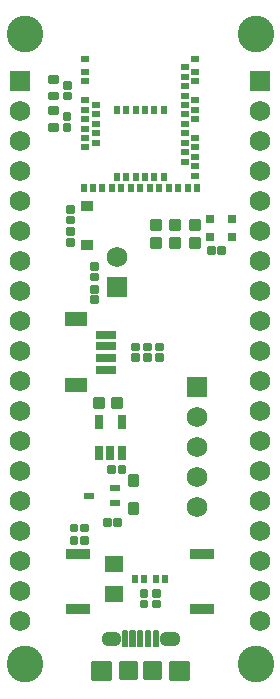
<source format=gbr>
G04 EAGLE Gerber RS-274X export*
G75*
%MOMM*%
%FSLAX34Y34*%
%LPD*%
%INSoldermask Top*%
%IPPOS*%
%AMOC8*
5,1,8,0,0,1.08239X$1,22.5*%
G01*
%ADD10C,3.101600*%
%ADD11C,0.419859*%
%ADD12C,0.326897*%
%ADD13C,0.297525*%
%ADD14R,1.625600X1.371600*%
%ADD15C,0.142238*%
%ADD16C,0.412750*%
%ADD17C,0.916431*%
%ADD18C,0.260094*%
%ADD19C,0.801600*%
%ADD20R,1.651600X0.701600*%
%ADD21R,1.901600X1.301600*%
%ADD22R,2.101600X0.971600*%
%ADD23R,0.701600X0.501600*%
%ADD24R,0.501600X0.701600*%
%ADD25R,0.901600X0.601600*%
%ADD26R,0.701600X1.301600*%
%ADD27R,1.001600X0.863600*%
%ADD28R,0.801600X0.801600*%
%ADD29R,0.500000X0.800000*%
%ADD30C,0.257809*%
%ADD31R,1.752600X1.752600*%
%ADD32C,1.752600*%


D10*
X20000Y553000D03*
X20000Y20000D03*
X215200Y20000D03*
X215200Y553000D03*
D11*
X132020Y290509D02*
X132020Y287341D01*
X132020Y290509D02*
X135188Y290509D01*
X135188Y287341D01*
X132020Y287341D01*
X132020Y281619D02*
X132020Y278451D01*
X132020Y281619D02*
X135188Y281619D01*
X135188Y278451D01*
X132020Y278451D01*
X62671Y134052D02*
X59503Y134052D01*
X59503Y137220D01*
X62671Y137220D01*
X62671Y134052D01*
X68393Y134052D02*
X71561Y134052D01*
X68393Y134052D02*
X68393Y137220D01*
X71561Y137220D01*
X71561Y134052D01*
D12*
X127237Y388349D02*
X127237Y394987D01*
X133875Y394987D01*
X133875Y388349D01*
X127237Y388349D01*
X127237Y391455D02*
X133875Y391455D01*
X133875Y394561D02*
X127237Y394561D01*
X127237Y379747D02*
X127237Y373109D01*
X127237Y379747D02*
X133875Y379747D01*
X133875Y373109D01*
X127237Y373109D01*
X127237Y376215D02*
X133875Y376215D01*
X133875Y379321D02*
X127237Y379321D01*
X144001Y388349D02*
X144001Y394987D01*
X150639Y394987D01*
X150639Y388349D01*
X144001Y388349D01*
X144001Y391455D02*
X150639Y391455D01*
X150639Y394561D02*
X144001Y394561D01*
X144001Y379747D02*
X144001Y373109D01*
X144001Y379747D02*
X150639Y379747D01*
X150639Y373109D01*
X144001Y373109D01*
X144001Y376215D02*
X150639Y376215D01*
X150639Y379321D02*
X144001Y379321D01*
X160765Y388349D02*
X160765Y394987D01*
X167403Y394987D01*
X167403Y388349D01*
X160765Y388349D01*
X160765Y391455D02*
X167403Y391455D01*
X167403Y394561D02*
X160765Y394561D01*
X160765Y379747D02*
X160765Y373109D01*
X160765Y379747D02*
X167403Y379747D01*
X167403Y373109D01*
X160765Y373109D01*
X160765Y376215D02*
X167403Y376215D01*
X167403Y379321D02*
X160765Y379321D01*
D11*
X79816Y330387D02*
X79816Y327219D01*
X76648Y327219D01*
X76648Y330387D01*
X79816Y330387D01*
X79816Y336109D02*
X79816Y339277D01*
X79816Y336109D02*
X76648Y336109D01*
X76648Y339277D01*
X79816Y339277D01*
X76648Y355413D02*
X76648Y358581D01*
X79816Y358581D01*
X79816Y355413D01*
X76648Y355413D01*
X76648Y349691D02*
X76648Y346523D01*
X76648Y349691D02*
X79816Y349691D01*
X79816Y346523D01*
X76648Y346523D01*
X91253Y183836D02*
X94421Y183836D01*
X91253Y183836D02*
X91253Y187004D01*
X94421Y187004D01*
X94421Y183836D01*
X100143Y183836D02*
X103311Y183836D01*
X100143Y183836D02*
X100143Y187004D01*
X103311Y187004D01*
X103311Y183836D01*
D12*
X101363Y244365D02*
X94725Y244365D01*
X101363Y244365D02*
X101363Y237727D01*
X94725Y237727D01*
X94725Y244365D01*
X94725Y240833D02*
X101363Y240833D01*
X101363Y243939D02*
X94725Y243939D01*
X86123Y244365D02*
X79485Y244365D01*
X86123Y244365D02*
X86123Y237727D01*
X79485Y237727D01*
X79485Y244365D01*
X79485Y240833D02*
X86123Y240833D01*
X86123Y243939D02*
X79485Y243939D01*
D11*
X59496Y394783D02*
X59496Y397951D01*
X59496Y394783D02*
X56328Y394783D01*
X56328Y397951D01*
X59496Y397951D01*
X59496Y403673D02*
X59496Y406841D01*
X59496Y403673D02*
X56328Y403673D01*
X56328Y406841D01*
X59496Y406841D01*
X56328Y388045D02*
X56328Y384877D01*
X56328Y388045D02*
X59496Y388045D01*
X59496Y384877D01*
X56328Y384877D01*
X56328Y379155D02*
X56328Y375987D01*
X56328Y379155D02*
X59496Y379155D01*
X59496Y375987D01*
X56328Y375987D01*
D13*
X114527Y155597D02*
X114527Y147555D01*
X108485Y147555D01*
X108485Y155597D01*
X114527Y155597D01*
X114527Y150381D02*
X108485Y150381D01*
X108485Y153207D02*
X114527Y153207D01*
X114527Y171555D02*
X114527Y179597D01*
X114527Y171555D02*
X108485Y171555D01*
X108485Y179597D01*
X114527Y179597D01*
X114527Y174381D02*
X108485Y174381D01*
X108485Y177207D02*
X114527Y177207D01*
D14*
X95504Y79502D03*
X95504Y104902D03*
D15*
X102563Y35046D02*
X106221Y35046D01*
X102563Y35046D02*
X102563Y48102D01*
X106221Y48102D01*
X106221Y35046D01*
X106221Y36397D02*
X102563Y36397D01*
X102563Y37748D02*
X106221Y37748D01*
X106221Y39099D02*
X102563Y39099D01*
X102563Y40450D02*
X106221Y40450D01*
X106221Y41801D02*
X102563Y41801D01*
X102563Y43152D02*
X106221Y43152D01*
X106221Y44503D02*
X102563Y44503D01*
X102563Y45854D02*
X106221Y45854D01*
X106221Y47205D02*
X102563Y47205D01*
X109167Y35046D02*
X112825Y35046D01*
X109167Y35046D02*
X109167Y48102D01*
X112825Y48102D01*
X112825Y35046D01*
X112825Y36397D02*
X109167Y36397D01*
X109167Y37748D02*
X112825Y37748D01*
X112825Y39099D02*
X109167Y39099D01*
X109167Y40450D02*
X112825Y40450D01*
X112825Y41801D02*
X109167Y41801D01*
X109167Y43152D02*
X112825Y43152D01*
X112825Y44503D02*
X109167Y44503D01*
X109167Y45854D02*
X112825Y45854D01*
X112825Y47205D02*
X109167Y47205D01*
X115771Y35046D02*
X119429Y35046D01*
X115771Y35046D02*
X115771Y48102D01*
X119429Y48102D01*
X119429Y35046D01*
X119429Y36397D02*
X115771Y36397D01*
X115771Y37748D02*
X119429Y37748D01*
X119429Y39099D02*
X115771Y39099D01*
X115771Y40450D02*
X119429Y40450D01*
X119429Y41801D02*
X115771Y41801D01*
X115771Y43152D02*
X119429Y43152D01*
X119429Y44503D02*
X115771Y44503D01*
X115771Y45854D02*
X119429Y45854D01*
X119429Y47205D02*
X115771Y47205D01*
X122375Y35046D02*
X126033Y35046D01*
X122375Y35046D02*
X122375Y48102D01*
X126033Y48102D01*
X126033Y35046D01*
X126033Y36397D02*
X122375Y36397D01*
X122375Y37748D02*
X126033Y37748D01*
X126033Y39099D02*
X122375Y39099D01*
X122375Y40450D02*
X126033Y40450D01*
X126033Y41801D02*
X122375Y41801D01*
X122375Y43152D02*
X126033Y43152D01*
X126033Y44503D02*
X122375Y44503D01*
X122375Y45854D02*
X126033Y45854D01*
X126033Y47205D02*
X122375Y47205D01*
X128979Y35046D02*
X132637Y35046D01*
X128979Y35046D02*
X128979Y48102D01*
X132637Y48102D01*
X132637Y35046D01*
X132637Y36397D02*
X128979Y36397D01*
X128979Y37748D02*
X132637Y37748D01*
X132637Y39099D02*
X128979Y39099D01*
X128979Y40450D02*
X132637Y40450D01*
X132637Y41801D02*
X128979Y41801D01*
X128979Y43152D02*
X132637Y43152D01*
X132637Y44503D02*
X128979Y44503D01*
X128979Y45854D02*
X132637Y45854D01*
X132637Y47205D02*
X128979Y47205D01*
D16*
X91279Y8459D02*
X77881Y8459D01*
X77881Y20841D01*
X91279Y20841D01*
X91279Y8459D01*
X91279Y12381D02*
X77881Y12381D01*
X77881Y16303D02*
X91279Y16303D01*
X91279Y20225D02*
X77881Y20225D01*
X143921Y8459D02*
X157319Y8459D01*
X143921Y8459D02*
X143921Y20841D01*
X157319Y20841D01*
X157319Y8459D01*
X157319Y12381D02*
X143921Y12381D01*
X143921Y16303D02*
X157319Y16303D01*
X157319Y20225D02*
X143921Y20225D01*
D17*
X96254Y40568D02*
X89162Y40568D01*
X89162Y42580D01*
X96254Y42580D01*
X96254Y40568D01*
X138946Y40568D02*
X146038Y40568D01*
X138946Y40568D02*
X138946Y42580D01*
X146038Y42580D01*
X146038Y40568D01*
D18*
X114268Y7822D02*
X100612Y7822D01*
X100612Y21478D01*
X114268Y21478D01*
X114268Y7822D01*
X114268Y10293D02*
X100612Y10293D01*
X100612Y12764D02*
X114268Y12764D01*
X114268Y15235D02*
X100612Y15235D01*
X100612Y17706D02*
X114268Y17706D01*
X114268Y20177D02*
X100612Y20177D01*
X120932Y7822D02*
X134588Y7822D01*
X120932Y7822D02*
X120932Y21478D01*
X134588Y21478D01*
X134588Y7822D01*
X134588Y10293D02*
X120932Y10293D01*
X120932Y12764D02*
X134588Y12764D01*
X134588Y15235D02*
X120932Y15235D01*
X120932Y17706D02*
X134588Y17706D01*
X134588Y20177D02*
X120932Y20177D01*
D19*
X82548Y17190D03*
X82548Y12110D03*
X152652Y17190D03*
X152652Y12110D03*
X91438Y41574D03*
X93978Y41574D03*
X141222Y41574D03*
X143762Y41574D03*
D20*
X88646Y298972D03*
X88646Y288972D03*
X88646Y278972D03*
X88646Y268972D03*
D21*
X63396Y255972D03*
X63396Y311972D03*
D22*
X170200Y113000D03*
X170200Y67000D03*
X65000Y113000D03*
X65000Y67000D03*
D23*
X71100Y532336D03*
X71100Y513336D03*
X71100Y497336D03*
X80100Y493336D03*
X80100Y485336D03*
X80100Y477336D03*
X71100Y473336D03*
X80100Y469336D03*
X71100Y465336D03*
X80100Y461336D03*
X71100Y457336D03*
X71100Y481336D03*
D24*
X69600Y423336D03*
D23*
X71100Y489336D03*
D24*
X77600Y423336D03*
D23*
X71100Y521336D03*
D24*
X85600Y423336D03*
X93600Y423336D03*
X101600Y423336D03*
X109600Y423336D03*
X117600Y423336D03*
X125600Y423336D03*
X133600Y423336D03*
X105600Y432336D03*
X113600Y432336D03*
X121600Y432336D03*
X129600Y432336D03*
X137600Y432336D03*
X157600Y423336D03*
X141600Y423336D03*
X149600Y423336D03*
X165600Y423336D03*
D23*
X164100Y433336D03*
X164100Y441336D03*
X164100Y449336D03*
X155100Y453336D03*
X155100Y461336D03*
X164100Y457336D03*
X155100Y445336D03*
D24*
X97600Y432336D03*
D23*
X164100Y465336D03*
X155100Y469336D03*
X155100Y477336D03*
X164100Y481336D03*
X155100Y485336D03*
X164100Y489336D03*
X155100Y493336D03*
X164100Y497336D03*
X155100Y501336D03*
X155100Y509336D03*
X164100Y513336D03*
X155100Y517336D03*
X164100Y521336D03*
X155100Y525336D03*
X164100Y532336D03*
D24*
X97600Y489336D03*
X105600Y489336D03*
X113600Y489336D03*
X121600Y489336D03*
X129600Y489336D03*
X137600Y489336D03*
D25*
X96520Y156060D03*
X96520Y169060D03*
X74520Y162560D03*
D11*
X118812Y81721D02*
X118812Y78553D01*
X118812Y81721D02*
X121980Y81721D01*
X121980Y78553D01*
X118812Y78553D01*
X118812Y72831D02*
X118812Y69663D01*
X118812Y72831D02*
X121980Y72831D01*
X121980Y69663D01*
X118812Y69663D01*
X129480Y78553D02*
X129480Y81721D01*
X132648Y81721D01*
X132648Y78553D01*
X129480Y78553D01*
X129480Y72831D02*
X129480Y69663D01*
X129480Y72831D02*
X132648Y72831D01*
X132648Y69663D01*
X129480Y69663D01*
X71561Y126552D02*
X68393Y126552D01*
X71561Y126552D02*
X71561Y123384D01*
X68393Y123384D01*
X68393Y126552D01*
X62671Y126552D02*
X59503Y126552D01*
X62671Y126552D02*
X62671Y123384D01*
X59503Y123384D01*
X59503Y126552D01*
X114868Y278451D02*
X114868Y281619D01*
X114868Y278451D02*
X111700Y278451D01*
X111700Y281619D01*
X114868Y281619D01*
X114868Y287341D02*
X114868Y290509D01*
X114868Y287341D02*
X111700Y287341D01*
X111700Y290509D01*
X114868Y290509D01*
X125028Y281619D02*
X125028Y278451D01*
X121860Y278451D01*
X121860Y281619D01*
X125028Y281619D01*
X125028Y287341D02*
X125028Y290509D01*
X125028Y287341D02*
X121860Y287341D01*
X121860Y290509D01*
X125028Y290509D01*
X90865Y138624D02*
X87697Y138624D01*
X87697Y141792D01*
X90865Y141792D01*
X90865Y138624D01*
X96587Y138624D02*
X99755Y138624D01*
X96587Y138624D02*
X96587Y141792D01*
X99755Y141792D01*
X99755Y138624D01*
D26*
X82702Y225150D03*
X101702Y225150D03*
X82702Y199030D03*
X92202Y199030D03*
X101702Y199030D03*
D27*
X72898Y375112D03*
X72898Y407716D03*
D28*
X195332Y381882D03*
X195332Y396882D03*
X177032Y396882D03*
X177032Y381882D03*
D11*
X175581Y368748D02*
X178749Y368748D01*
X175581Y368748D02*
X175581Y371916D01*
X178749Y371916D01*
X178749Y368748D01*
X184471Y368748D02*
X187639Y368748D01*
X184471Y368748D02*
X184471Y371916D01*
X187639Y371916D01*
X187639Y368748D01*
D29*
X138120Y92202D03*
X131120Y92202D03*
X113340Y92202D03*
X120340Y92202D03*
D30*
X46907Y472459D02*
X46907Y477247D01*
X46907Y472459D02*
X40469Y472459D01*
X40469Y477247D01*
X46907Y477247D01*
X46907Y474908D02*
X40469Y474908D01*
X46907Y486429D02*
X46907Y491217D01*
X46907Y486429D02*
X40469Y486429D01*
X40469Y491217D01*
X46907Y491217D01*
X46907Y488878D02*
X40469Y488878D01*
D11*
X53534Y485327D02*
X53534Y482159D01*
X53534Y485327D02*
X56702Y485327D01*
X56702Y482159D01*
X53534Y482159D01*
X53534Y476437D02*
X53534Y473269D01*
X53534Y476437D02*
X56702Y476437D01*
X56702Y473269D01*
X53534Y473269D01*
D30*
X46907Y498875D02*
X46907Y503663D01*
X46907Y498875D02*
X40469Y498875D01*
X40469Y503663D01*
X46907Y503663D01*
X46907Y501324D02*
X40469Y501324D01*
X46907Y512845D02*
X46907Y517633D01*
X46907Y512845D02*
X40469Y512845D01*
X40469Y517633D01*
X46907Y517633D01*
X46907Y515294D02*
X40469Y515294D01*
D11*
X53788Y511743D02*
X53788Y508575D01*
X53788Y511743D02*
X56956Y511743D01*
X56956Y508575D01*
X53788Y508575D01*
X53788Y502853D02*
X53788Y499685D01*
X53788Y502853D02*
X56956Y502853D01*
X56956Y499685D01*
X53788Y499685D01*
D31*
X97790Y339344D03*
D32*
X97790Y364744D03*
D31*
X165354Y254254D03*
D32*
X165354Y228854D03*
X165354Y203454D03*
X165354Y178054D03*
X165354Y152654D03*
D31*
X16000Y513600D03*
D32*
X16000Y488200D03*
X16000Y462800D03*
X16000Y437400D03*
X16000Y412000D03*
X16000Y386600D03*
X16000Y361200D03*
X16000Y335800D03*
X16000Y310400D03*
X16000Y285000D03*
X16000Y259600D03*
X16000Y234200D03*
X16000Y208800D03*
X16000Y183400D03*
X16000Y158000D03*
X16000Y132600D03*
X16000Y107200D03*
X16000Y81800D03*
X16000Y56400D03*
D31*
X219200Y513600D03*
D32*
X219200Y488200D03*
X219200Y462800D03*
X219200Y437400D03*
X219200Y412000D03*
X219200Y386600D03*
X219200Y361200D03*
X219200Y335800D03*
X219200Y310400D03*
X219200Y285000D03*
X219200Y259600D03*
X219200Y234200D03*
X219200Y208800D03*
X219200Y183400D03*
X219200Y158000D03*
X219200Y132600D03*
X219200Y107200D03*
X219200Y81800D03*
X219200Y56400D03*
M02*

</source>
